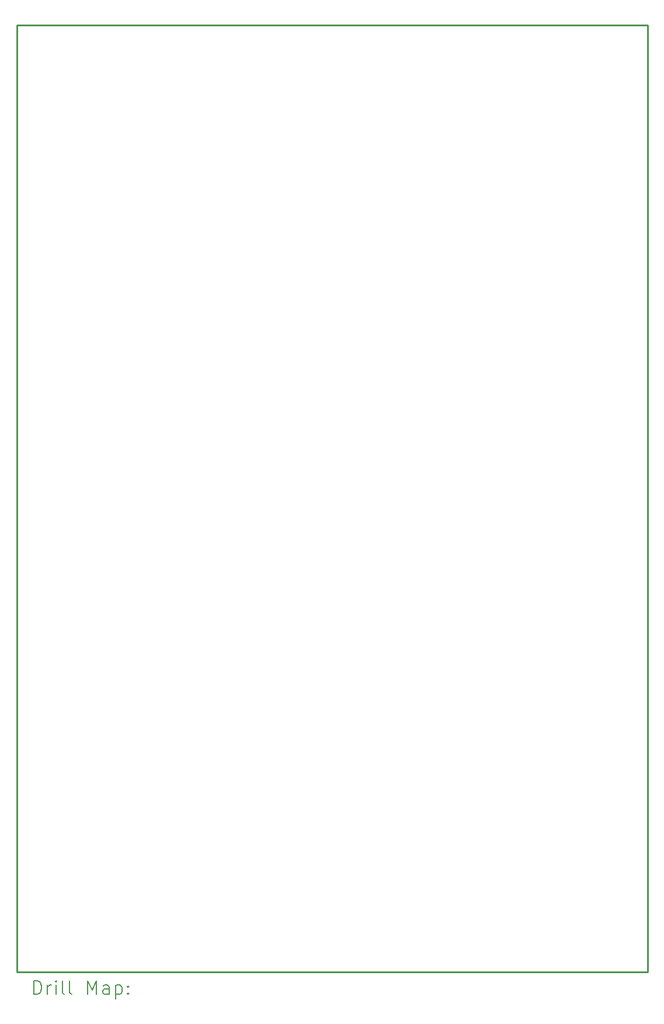
<source format=gbr>
%TF.GenerationSoftware,KiCad,Pcbnew,(6.0.9)*%
%TF.CreationDate,2023-01-12T19:49:18+01:00*%
%TF.ProjectId,vogelhuisje_kicad,766f6765-6c68-4756-9973-6a655f6b6963,rev?*%
%TF.SameCoordinates,Original*%
%TF.FileFunction,Drillmap*%
%TF.FilePolarity,Positive*%
%FSLAX45Y45*%
G04 Gerber Fmt 4.5, Leading zero omitted, Abs format (unit mm)*
G04 Created by KiCad (PCBNEW (6.0.9)) date 2023-01-12 19:49:18*
%MOMM*%
%LPD*%
G01*
G04 APERTURE LIST*
%ADD10C,0.254000*%
%ADD11C,0.200000*%
G04 APERTURE END LIST*
D10*
X6604000Y-4318000D02*
X15748000Y-4318000D01*
X15748000Y-4318000D02*
X15748000Y-18034000D01*
X15748000Y-18034000D02*
X6604000Y-18034000D01*
X6604000Y-18034000D02*
X6604000Y-4318000D01*
D11*
X6848919Y-18357176D02*
X6848919Y-18157176D01*
X6896538Y-18157176D01*
X6925109Y-18166700D01*
X6944157Y-18185748D01*
X6953681Y-18204795D01*
X6963205Y-18242890D01*
X6963205Y-18271462D01*
X6953681Y-18309557D01*
X6944157Y-18328605D01*
X6925109Y-18347652D01*
X6896538Y-18357176D01*
X6848919Y-18357176D01*
X7048919Y-18357176D02*
X7048919Y-18223843D01*
X7048919Y-18261938D02*
X7058443Y-18242890D01*
X7067967Y-18233367D01*
X7087014Y-18223843D01*
X7106062Y-18223843D01*
X7172728Y-18357176D02*
X7172728Y-18223843D01*
X7172728Y-18157176D02*
X7163205Y-18166700D01*
X7172728Y-18176224D01*
X7182252Y-18166700D01*
X7172728Y-18157176D01*
X7172728Y-18176224D01*
X7296538Y-18357176D02*
X7277490Y-18347652D01*
X7267967Y-18328605D01*
X7267967Y-18157176D01*
X7401300Y-18357176D02*
X7382252Y-18347652D01*
X7372728Y-18328605D01*
X7372728Y-18157176D01*
X7629871Y-18357176D02*
X7629871Y-18157176D01*
X7696538Y-18300033D01*
X7763205Y-18157176D01*
X7763205Y-18357176D01*
X7944157Y-18357176D02*
X7944157Y-18252414D01*
X7934633Y-18233367D01*
X7915586Y-18223843D01*
X7877490Y-18223843D01*
X7858443Y-18233367D01*
X7944157Y-18347652D02*
X7925109Y-18357176D01*
X7877490Y-18357176D01*
X7858443Y-18347652D01*
X7848919Y-18328605D01*
X7848919Y-18309557D01*
X7858443Y-18290510D01*
X7877490Y-18280986D01*
X7925109Y-18280986D01*
X7944157Y-18271462D01*
X8039395Y-18223843D02*
X8039395Y-18423843D01*
X8039395Y-18233367D02*
X8058443Y-18223843D01*
X8096538Y-18223843D01*
X8115586Y-18233367D01*
X8125109Y-18242890D01*
X8134633Y-18261938D01*
X8134633Y-18319081D01*
X8125109Y-18338129D01*
X8115586Y-18347652D01*
X8096538Y-18357176D01*
X8058443Y-18357176D01*
X8039395Y-18347652D01*
X8220348Y-18338129D02*
X8229871Y-18347652D01*
X8220348Y-18357176D01*
X8210824Y-18347652D01*
X8220348Y-18338129D01*
X8220348Y-18357176D01*
X8220348Y-18233367D02*
X8229871Y-18242890D01*
X8220348Y-18252414D01*
X8210824Y-18242890D01*
X8220348Y-18233367D01*
X8220348Y-18252414D01*
M02*

</source>
